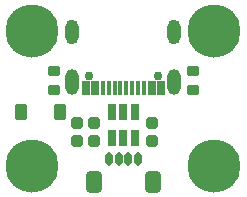
<source format=gts>
%TF.GenerationSoftware,KiCad,Pcbnew,(6.0.5)*%
%TF.CreationDate,2022-07-11T10:01:01-06:00*%
%TF.ProjectId,usbc-daughter-board,75736263-2d64-4617-9567-687465722d62,1.0*%
%TF.SameCoordinates,Original*%
%TF.FileFunction,Soldermask,Top*%
%TF.FilePolarity,Negative*%
%FSLAX46Y46*%
G04 Gerber Fmt 4.6, Leading zero omitted, Abs format (unit mm)*
G04 Created by KiCad (PCBNEW (6.0.5)) date 2022-07-11 10:01:01*
%MOMM*%
%LPD*%
G01*
G04 APERTURE LIST*
G04 Aperture macros list*
%AMRoundRect*
0 Rectangle with rounded corners*
0 $1 Rounding radius*
0 $2 $3 $4 $5 $6 $7 $8 $9 X,Y pos of 4 corners*
0 Add a 4 corners polygon primitive as box body*
4,1,4,$2,$3,$4,$5,$6,$7,$8,$9,$2,$3,0*
0 Add four circle primitives for the rounded corners*
1,1,$1+$1,$2,$3*
1,1,$1+$1,$4,$5*
1,1,$1+$1,$6,$7*
1,1,$1+$1,$8,$9*
0 Add four rect primitives between the rounded corners*
20,1,$1+$1,$2,$3,$4,$5,0*
20,1,$1+$1,$4,$5,$6,$7,0*
20,1,$1+$1,$6,$7,$8,$9,0*
20,1,$1+$1,$8,$9,$2,$3,0*%
G04 Aperture macros list end*
%ADD10RoundRect,0.175800X-0.125000X-0.375000X0.125000X-0.375000X0.125000X0.375000X-0.125000X0.375000X0*%
%ADD11RoundRect,0.300800X-0.350000X-0.600000X0.350000X-0.600000X0.350000X0.600000X-0.350000X0.600000X0*%
%ADD12RoundRect,0.269550X-0.256250X0.218750X-0.256250X-0.218750X0.256250X-0.218750X0.256250X0.218750X0*%
%ADD13RoundRect,0.275800X0.250000X-0.225000X0.250000X0.225000X-0.250000X0.225000X-0.250000X-0.225000X0*%
%ADD14RoundRect,0.250800X-0.275000X0.200000X-0.275000X-0.200000X0.275000X-0.200000X0.275000X0.200000X0*%
%ADD15C,4.501600*%
%ADD16C,0.751600*%
%ADD17RoundRect,0.050800X0.300000X0.575000X-0.300000X0.575000X-0.300000X-0.575000X0.300000X-0.575000X0*%
%ADD18RoundRect,0.050800X0.150000X0.575000X-0.150000X0.575000X-0.150000X-0.575000X0.150000X-0.575000X0*%
%ADD19O,1.151600X2.201600*%
%ADD20O,1.101600X2.101600*%
%ADD21RoundRect,0.050800X0.450000X0.600000X-0.450000X0.600000X-0.450000X-0.600000X0.450000X-0.600000X0*%
%ADD22RoundRect,0.200800X0.150000X-0.512500X0.150000X0.512500X-0.150000X0.512500X-0.150000X-0.512500X0*%
G04 APERTURE END LIST*
D10*
%TO.C,J2*%
X23100000Y-27250000D03*
X23900000Y-27250000D03*
X24700000Y-27250000D03*
X25500000Y-27250000D03*
D11*
X26800000Y-29200000D03*
X21800000Y-29200000D03*
%TD*%
D12*
%TO.C,F1*%
X21850000Y-24212500D03*
X21850000Y-25787500D03*
%TD*%
D13*
%TO.C,C1*%
X20350000Y-25775000D03*
X20350000Y-24225000D03*
%TD*%
D14*
%TO.C,R2*%
X30150000Y-19825000D03*
X30150000Y-21475000D03*
%TD*%
%TO.C,R1*%
X18450000Y-19825000D03*
X18450000Y-21475000D03*
%TD*%
D15*
%TO.C,H3*%
X16600000Y-27850000D03*
%TD*%
%TO.C,H1*%
X16600000Y-16450000D03*
%TD*%
%TO.C,H4*%
X32000000Y-27850000D03*
%TD*%
%TO.C,H2*%
X32000000Y-16450000D03*
%TD*%
D12*
%TO.C,L1*%
X26750000Y-24212500D03*
X26750000Y-25787500D03*
%TD*%
D16*
%TO.C,J1*%
X27190000Y-20230000D03*
X21410000Y-20230000D03*
D17*
X27500000Y-21305000D03*
X26700000Y-21305000D03*
D18*
X25550000Y-21305000D03*
X24550000Y-21305000D03*
X24050000Y-21305000D03*
X23050000Y-21305000D03*
D17*
X21100000Y-21305000D03*
X21900000Y-21305000D03*
D18*
X22550000Y-21305000D03*
X23550000Y-21305000D03*
X25050000Y-21305000D03*
X26050000Y-21305000D03*
D19*
X28620000Y-20730000D03*
D20*
X28620000Y-16550000D03*
X19980000Y-16550000D03*
D19*
X19980000Y-20730000D03*
%TD*%
D21*
%TO.C,D1*%
X18900000Y-23300000D03*
X15600000Y-23300000D03*
%TD*%
D22*
%TO.C,U1*%
X23350000Y-25537500D03*
X24300000Y-25537500D03*
X25250000Y-25537500D03*
X25250000Y-23262500D03*
X24300000Y-23262500D03*
X23350000Y-23262500D03*
%TD*%
M02*

</source>
